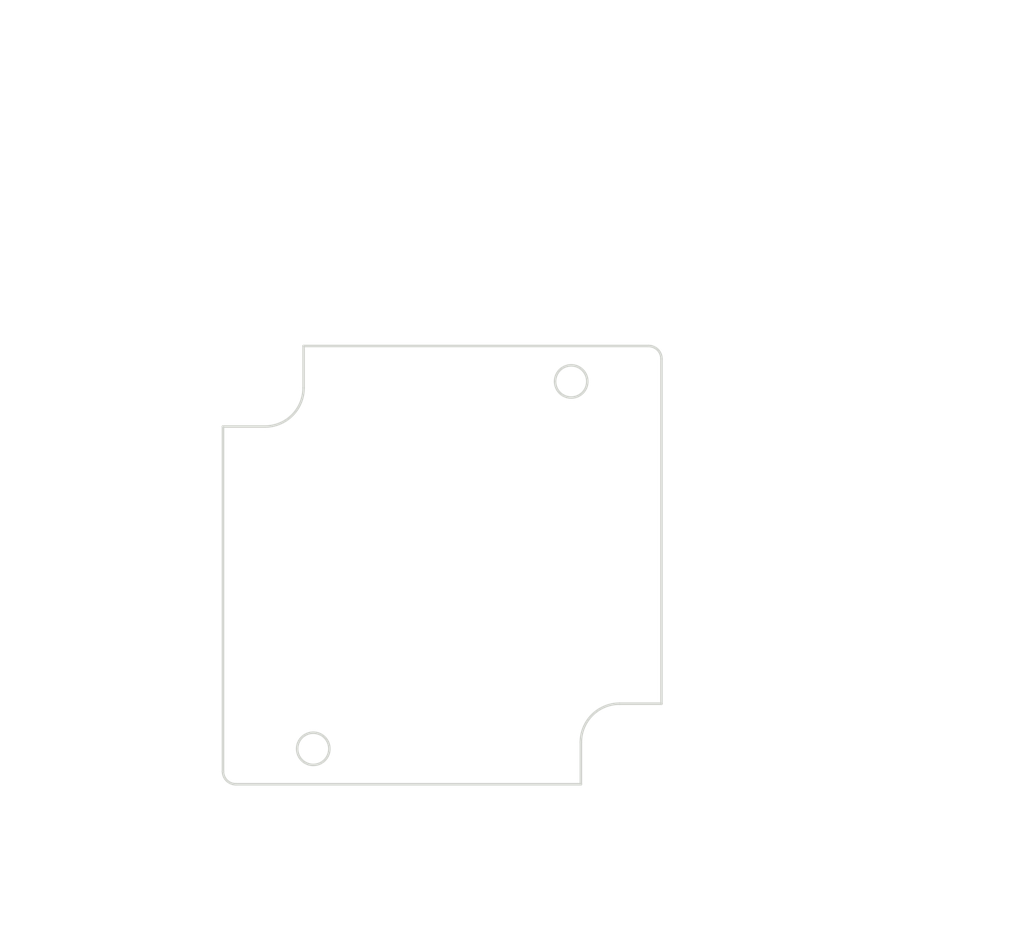
<source format=kicad_pcb>
(kicad_pcb (version 20171130) (host pcbnew "(5.1.0)-1")

  (general
    (thickness 1.6)
    (drawings 71)
    (tracks 0)
    (zones 0)
    (modules 0)
    (nets 1)
  )

  (page A4)
  (layers
    (0 F.Cu signal)
    (31 B.Cu signal)
    (32 B.Adhes user)
    (33 F.Adhes user)
    (34 B.Paste user)
    (35 F.Paste user)
    (36 B.SilkS user)
    (37 F.SilkS user)
    (38 B.Mask user)
    (39 F.Mask user)
    (40 Dwgs.User user)
    (41 Cmts.User user)
    (42 Eco1.User user)
    (43 Eco2.User user)
    (44 Edge.Cuts user)
    (45 Margin user)
    (46 B.CrtYd user)
    (47 F.CrtYd user)
    (48 B.Fab user)
    (49 F.Fab user)
  )

  (setup
    (last_trace_width 0.25)
    (trace_clearance 0.2)
    (zone_clearance 0.508)
    (zone_45_only no)
    (trace_min 0.2)
    (via_size 0.8)
    (via_drill 0.4)
    (via_min_size 0.4)
    (via_min_drill 0.3)
    (uvia_size 0.3)
    (uvia_drill 0.1)
    (uvias_allowed no)
    (uvia_min_size 0.2)
    (uvia_min_drill 0.1)
    (edge_width 0.05)
    (segment_width 0.2)
    (pcb_text_width 0.3)
    (pcb_text_size 1.5 1.5)
    (mod_edge_width 0.12)
    (mod_text_size 1 1)
    (mod_text_width 0.15)
    (pad_size 1.524 1.524)
    (pad_drill 0.762)
    (pad_to_mask_clearance 0.051)
    (solder_mask_min_width 0.25)
    (aux_axis_origin 0 0)
    (visible_elements FFFFFF7F)
    (pcbplotparams
      (layerselection 0x010fc_ffffffff)
      (usegerberextensions false)
      (usegerberattributes false)
      (usegerberadvancedattributes false)
      (creategerberjobfile false)
      (excludeedgelayer true)
      (linewidth 0.152400)
      (plotframeref false)
      (viasonmask false)
      (mode 1)
      (useauxorigin false)
      (hpglpennumber 1)
      (hpglpenspeed 20)
      (hpglpendiameter 15.000000)
      (psnegative false)
      (psa4output false)
      (plotreference true)
      (plotvalue true)
      (plotinvisibletext false)
      (padsonsilk false)
      (subtractmaskfromsilk false)
      (outputformat 1)
      (mirror false)
      (drillshape 1)
      (scaleselection 1)
      (outputdirectory ""))
  )

  (net 0 "")

  (net_class Default "This is the default net class."
    (clearance 0.2)
    (trace_width 0.25)
    (via_dia 0.8)
    (via_drill 0.4)
    (uvia_dia 0.3)
    (uvia_drill 0.1)
  )

  (gr_line (start 149.540012 114.828606) (end 122.790012 114.828606) (layer Edge.Cuts) (width 0.2))
  (gr_arc (start 122.790012 113.828606) (end 121.790012 113.828606) (angle -90) (layer Edge.Cuts) (width 0.2))
  (gr_line (start 121.790012 113.828606) (end 121.790012 87.078606) (layer Edge.Cuts) (width 0.2))
  (gr_line (start 121.790012 87.078606) (end 125.040012 87.078606) (layer Edge.Cuts) (width 0.2))
  (gr_arc (start 125.040012 84.078606) (end 125.040012 87.078606) (angle -90) (layer Edge.Cuts) (width 0.2))
  (gr_line (start 128.040012 84.078606) (end 128.040012 80.828606) (layer Edge.Cuts) (width 0.2))
  (gr_line (start 128.040012 80.828606) (end 154.790012 80.828606) (layer Edge.Cuts) (width 0.2))
  (gr_arc (start 154.790012 81.828606) (end 155.790012 81.828606) (angle -90) (layer Edge.Cuts) (width 0.2))
  (gr_line (start 155.790012 81.828606) (end 155.790012 108.578606) (layer Edge.Cuts) (width 0.2))
  (gr_line (start 155.790012 108.578606) (end 152.540012 108.578606) (layer Edge.Cuts) (width 0.2))
  (gr_arc (start 152.540012 111.578606) (end 152.540012 108.578606) (angle -90) (layer Edge.Cuts) (width 0.2))
  (gr_line (start 149.540012 111.578606) (end 149.540012 114.828606) (layer Edge.Cuts) (width 0.2))
  (gr_circle (center 148.790012 83.578606) (end 150.040012 83.578606) (layer Edge.Cuts) (width 0.2))
  (gr_circle (center 128.790012 112.078606) (end 130.040012 112.078606) (layer Edge.Cuts) (width 0.2))
  (gr_text [1.09] (at 171.292546 94.093067) (layer Dwgs.User)
    (effects (font (size 1.7 1.53) (thickness 0.2125)))
  )
  (gr_text " 27.75" (at 171.292546 90.535632) (layer Dwgs.User)
    (effects (font (size 1.7 1.53) (thickness 0.2125)))
  )
  (gr_line (start 171.292546 106.578606) (end 171.292546 95.761041) (layer Dwgs.User) (width 0.2))
  (gr_line (start 171.292546 82.828606) (end 171.292546 88.646171) (layer Dwgs.User) (width 0.2))
  (gr_line (start 156.790012 108.578606) (end 174.467546 108.578606) (layer Dwgs.User) (width 0.2))
  (gr_line (start 155.790012 80.828606) (end 174.467546 80.828606) (layer Dwgs.User) (width 0.2))
  (gr_text [1.34] (at 179.886876 100.585128) (layer Dwgs.User)
    (effects (font (size 1.7 1.53) (thickness 0.2125)))
  )
  (gr_text " 34.00" (at 179.886876 97.027113) (layer Dwgs.User)
    (effects (font (size 1.7 1.53) (thickness 0.2125)))
  )
  (gr_line (start 179.886876 112.828606) (end 179.886876 102.253682) (layer Dwgs.User) (width 0.2))
  (gr_line (start 179.886876 82.828606) (end 179.886876 95.137651) (layer Dwgs.User) (width 0.2))
  (gr_line (start 150.540012 114.828606) (end 183.061876 114.828606) (layer Dwgs.User) (width 0.2))
  (gr_line (start 155.790012 80.828606) (end 183.061876 80.828606) (layer Dwgs.User) (width 0.2))
  (gr_text [R0.04] (at 111.022898 120.786934) (layer Dwgs.User)
    (effects (font (size 1.7 1.53) (thickness 0.2125)))
  )
  (gr_text " R1.00" (at 111.022898 117.229499) (layer Dwgs.User)
    (effects (font (size 1.7 1.53) (thickness 0.2125)))
  )
  (gr_line (start 117.493669 118.897473) (end 120.622659 115.902872) (layer Dwgs.User) (width 0.2))
  (gr_line (start 115.493669 118.897473) (end 117.493669 118.897473) (layer Dwgs.User) (width 0.2))
  (gr_text [R0.12] (at 137.159167 90.102769) (layer Dwgs.User)
    (effects (font (size 1.7 1.53) (thickness 0.2125)))
  )
  (gr_text " R3.00" (at 137.159167 86.544754) (layer Dwgs.User)
    (effects (font (size 1.7 1.53) (thickness 0.2125)))
  )
  (gr_line (start 130.688396 88.213308) (end 129.074572 87.031964) (layer Dwgs.User) (width 0.2))
  (gr_line (start 132.688396 88.213308) (end 130.688396 88.213308) (layer Dwgs.User) (width 0.2))
  (gr_text [.11] (at 161.097144 93.4404) (layer Dwgs.User)
    (effects (font (size 1.7 1.53) (thickness 0.2125)))
  )
  (gr_text " 2.75" (at 161.097144 89.882964) (layer Dwgs.User)
    (effects (font (size 1.7 1.53) (thickness 0.2125)))
  )
  (gr_line (start 166.490629 91.550939) (end 164.490629 91.550939) (layer Dwgs.User) (width 0.2))
  (gr_line (start 166.490629 85.578606) (end 166.490629 91.550939) (layer Dwgs.User) (width 0.2))
  (gr_line (start 166.490629 78.828606) (end 166.490629 76.828606) (layer Dwgs.User) (width 0.2))
  (gr_line (start 149.790012 83.578606) (end 169.665629 83.578606) (layer Dwgs.User) (width 0.2))
  (gr_line (start 155.790012 80.828606) (end 169.665629 80.828606) (layer Dwgs.User) (width 0.2))
  (gr_text [.28] (at 143.405803 78.106448) (layer Dwgs.User)
    (effects (font (size 1.7 1.53) (thickness 0.2125)))
  )
  (gr_text " 7.00" (at 143.405803 74.549012) (layer Dwgs.User)
    (effects (font (size 1.7 1.53) (thickness 0.2125)))
  )
  (gr_line (start 148.790012 76.216986) (end 146.790012 76.216986) (layer Dwgs.User) (width 0.2))
  (gr_line (start 153.790012 76.216986) (end 150.790012 76.216986) (layer Dwgs.User) (width 0.2))
  (gr_line (start 148.790012 82.578606) (end 148.790012 73.041986) (layer Dwgs.User) (width 0.2))
  (gr_line (start 155.790012 80.828606) (end 155.790012 73.041986) (layer Dwgs.User) (width 0.2))
  (gr_text [.79] (at 135.360477 125.694027) (layer Dwgs.User)
    (effects (font (size 1.7 1.53) (thickness 0.2125)))
  )
  (gr_text " 20.00" (at 135.360477 122.136592) (layer Dwgs.User)
    (effects (font (size 1.7 1.53) (thickness 0.2125)))
  )
  (gr_line (start 130.790012 123.804566) (end 131.315866 123.804566) (layer Dwgs.User) (width 0.2))
  (gr_line (start 146.790012 123.804566) (end 139.405088 123.804566) (layer Dwgs.User) (width 0.2))
  (gr_line (start 128.790012 113.078606) (end 128.790012 126.979566) (layer Dwgs.User) (width 0.2))
  (gr_line (start 148.790012 84.578606) (end 148.790012 126.979566) (layer Dwgs.User) (width 0.2))
  (gr_text [1.12] (at 108.527471 97.218067) (layer Dwgs.User)
    (effects (font (size 1.7 1.53) (thickness 0.2125)))
  )
  (gr_text " 28.50" (at 108.527471 93.660632) (layer Dwgs.User)
    (effects (font (size 1.7 1.53) (thickness 0.2125)))
  )
  (gr_line (start 108.527471 110.078606) (end 108.527471 98.886041) (layer Dwgs.User) (width 0.2))
  (gr_line (start 108.527471 85.578606) (end 108.527471 91.771171) (layer Dwgs.User) (width 0.2))
  (gr_line (start 127.790012 112.078606) (end 105.352471 112.078606) (layer Dwgs.User) (width 0.2))
  (gr_line (start 147.790012 83.578606) (end 105.352471 83.578606) (layer Dwgs.User) (width 0.2))
  (gr_text [1.09] (at 147.165012 66.718067) (layer Dwgs.User)
    (effects (font (size 1.7 1.53) (thickness 0.2125)))
  )
  (gr_text " 27.75" (at 147.165012 63.160632) (layer Dwgs.User)
    (effects (font (size 1.7 1.53) (thickness 0.2125)))
  )
  (gr_line (start 153.790012 64.828606) (end 151.2189 64.828606) (layer Dwgs.User) (width 0.2))
  (gr_line (start 130.040012 64.828606) (end 143.111124 64.828606) (layer Dwgs.User) (width 0.2))
  (gr_line (start 155.790012 80.828606) (end 155.790012 61.653606) (layer Dwgs.User) (width 0.2))
  (gr_line (start 128.040012 79.828606) (end 128.040012 61.653606) (layer Dwgs.User) (width 0.2))
  (gr_text [1.34] (at 140.856619 59.150433) (layer Dwgs.User)
    (effects (font (size 1.7 1.53) (thickness 0.2125)))
  )
  (gr_text " 34.00" (at 140.856619 55.592418) (layer Dwgs.User)
    (effects (font (size 1.7 1.53) (thickness 0.2125)))
  )
  (gr_line (start 123.790012 57.260972) (end 136.812008 57.260972) (layer Dwgs.User) (width 0.2))
  (gr_line (start 153.790012 57.260972) (end 144.901231 57.260972) (layer Dwgs.User) (width 0.2))
  (gr_line (start 121.790012 86.078606) (end 121.790012 54.085972) (layer Dwgs.User) (width 0.2))
  (gr_line (start 155.790012 80.828606) (end 155.790012 54.085972) (layer Dwgs.User) (width 0.2))

)

</source>
